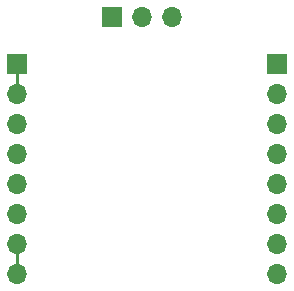
<source format=gbl>
G04 #@! TF.GenerationSoftware,KiCad,Pcbnew,(5.0.0)*
G04 #@! TF.CreationDate,2023-02-17T10:20:36+09:00*
G04 #@! TF.ProjectId,EBYTE-E22-SMD,45425954452D4532322D534D442E6B69,rev?*
G04 #@! TF.SameCoordinates,Original*
G04 #@! TF.FileFunction,Copper,L2,Bot,Signal*
G04 #@! TF.FilePolarity,Positive*
%FSLAX46Y46*%
G04 Gerber Fmt 4.6, Leading zero omitted, Abs format (unit mm)*
G04 Created by KiCad (PCBNEW (5.0.0)) date 02/17/23 10:20:36*
%MOMM*%
%LPD*%
G01*
G04 APERTURE LIST*
G04 #@! TA.AperFunction,ComponentPad*
%ADD10O,1.700000X1.700000*%
G04 #@! TD*
G04 #@! TA.AperFunction,ComponentPad*
%ADD11R,1.700000X1.700000*%
G04 #@! TD*
G04 #@! TA.AperFunction,Conductor*
%ADD12C,0.250000*%
G04 #@! TD*
G04 APERTURE END LIST*
D10*
G04 #@! TO.P,J1,8*
G04 #@! TO.N,/GND*
X169000000Y-107780000D03*
G04 #@! TO.P,J1,7*
G04 #@! TO.N,Net-(J1-Pad7)*
X169000000Y-105240000D03*
G04 #@! TO.P,J1,6*
G04 #@! TO.N,Net-(J1-Pad6)*
X169000000Y-102700000D03*
G04 #@! TO.P,J1,5*
G04 #@! TO.N,Net-(J1-Pad5)*
X169000000Y-100160000D03*
G04 #@! TO.P,J1,4*
G04 #@! TO.N,Net-(J1-Pad4)*
X169000000Y-97620000D03*
G04 #@! TO.P,J1,3*
G04 #@! TO.N,Net-(J1-Pad3)*
X169000000Y-95080000D03*
G04 #@! TO.P,J1,2*
G04 #@! TO.N,Net-(J1-Pad2)*
X169000000Y-92540000D03*
D11*
G04 #@! TO.P,J1,1*
G04 #@! TO.N,Net-(J1-Pad1)*
X169000000Y-90000000D03*
G04 #@! TD*
D10*
G04 #@! TO.P,J2,8*
G04 #@! TO.N,/GND*
X147000000Y-107780000D03*
G04 #@! TO.P,J2,7*
X147000000Y-105240000D03*
G04 #@! TO.P,J2,6*
G04 #@! TO.N,/VCC*
X147000000Y-102700000D03*
G04 #@! TO.P,J2,5*
G04 #@! TO.N,/DIO2*
X147000000Y-100160000D03*
G04 #@! TO.P,J2,4*
G04 #@! TO.N,/TXEN*
X147000000Y-97620000D03*
G04 #@! TO.P,J2,3*
G04 #@! TO.N,/RXEN*
X147000000Y-95080000D03*
G04 #@! TO.P,J2,2*
G04 #@! TO.N,/GND*
X147000000Y-92540000D03*
D11*
G04 #@! TO.P,J2,1*
X147000000Y-90000000D03*
G04 #@! TD*
D10*
G04 #@! TO.P,J3,3*
G04 #@! TO.N,/GND*
X160080000Y-86000000D03*
G04 #@! TO.P,J3,2*
G04 #@! TO.N,/ANT*
X157540000Y-86000000D03*
D11*
G04 #@! TO.P,J3,1*
G04 #@! TO.N,/GND*
X155000000Y-86000000D03*
G04 #@! TD*
D12*
G04 #@! TO.N,/GND*
X147000000Y-105240000D02*
X147000000Y-107780000D01*
X147000000Y-90000000D02*
X147000000Y-92540000D01*
G04 #@! TD*
M02*

</source>
